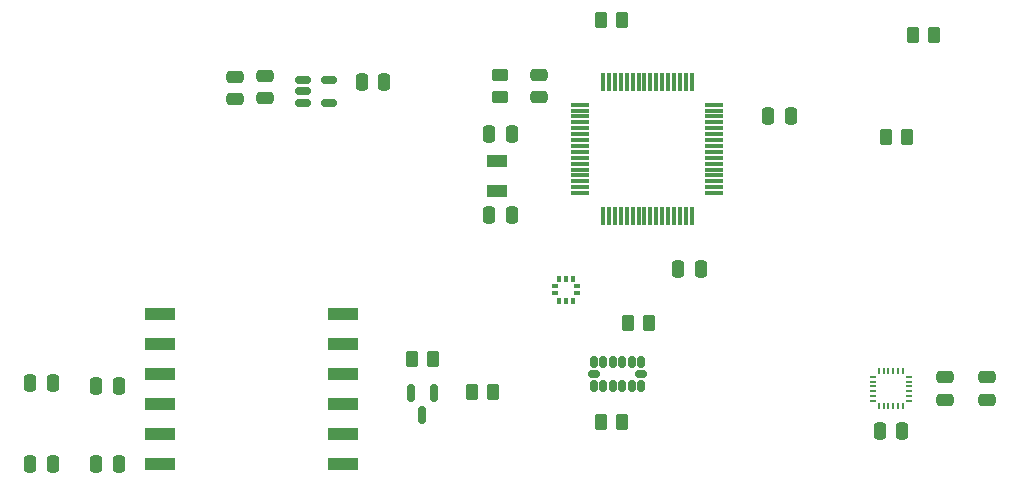
<source format=gbr>
%TF.GenerationSoftware,KiCad,Pcbnew,(6.0.9)*%
%TF.CreationDate,2023-10-13T22:04:35+03:00*%
%TF.ProjectId,ULV,554c562e-6b69-4636-9164-5f7063625858,rev?*%
%TF.SameCoordinates,Original*%
%TF.FileFunction,Paste,Top*%
%TF.FilePolarity,Positive*%
%FSLAX46Y46*%
G04 Gerber Fmt 4.6, Leading zero omitted, Abs format (unit mm)*
G04 Created by KiCad (PCBNEW (6.0.9)) date 2023-10-13 22:04:35*
%MOMM*%
%LPD*%
G01*
G04 APERTURE LIST*
G04 Aperture macros list*
%AMRoundRect*
0 Rectangle with rounded corners*
0 $1 Rounding radius*
0 $2 $3 $4 $5 $6 $7 $8 $9 X,Y pos of 4 corners*
0 Add a 4 corners polygon primitive as box body*
4,1,4,$2,$3,$4,$5,$6,$7,$8,$9,$2,$3,0*
0 Add four circle primitives for the rounded corners*
1,1,$1+$1,$2,$3*
1,1,$1+$1,$4,$5*
1,1,$1+$1,$6,$7*
1,1,$1+$1,$8,$9*
0 Add four rect primitives between the rounded corners*
20,1,$1+$1,$2,$3,$4,$5,0*
20,1,$1+$1,$4,$5,$6,$7,0*
20,1,$1+$1,$6,$7,$8,$9,0*
20,1,$1+$1,$8,$9,$2,$3,0*%
G04 Aperture macros list end*
%ADD10RoundRect,0.250000X-0.250000X-0.475000X0.250000X-0.475000X0.250000X0.475000X-0.250000X0.475000X0*%
%ADD11RoundRect,0.250000X-0.475000X0.250000X-0.475000X-0.250000X0.475000X-0.250000X0.475000X0.250000X0*%
%ADD12RoundRect,0.250000X0.475000X-0.250000X0.475000X0.250000X-0.475000X0.250000X-0.475000X-0.250000X0*%
%ADD13RoundRect,0.100000X0.175000X0.100000X-0.175000X0.100000X-0.175000X-0.100000X0.175000X-0.100000X0*%
%ADD14RoundRect,0.100000X0.100000X0.175000X-0.100000X0.175000X-0.100000X-0.175000X0.100000X-0.175000X0*%
%ADD15RoundRect,0.250000X0.250000X0.475000X-0.250000X0.475000X-0.250000X-0.475000X0.250000X-0.475000X0*%
%ADD16RoundRect,0.150000X0.150000X-0.325000X0.150000X0.325000X-0.150000X0.325000X-0.150000X-0.325000X0*%
%ADD17RoundRect,0.150000X0.325000X-0.150000X0.325000X0.150000X-0.325000X0.150000X-0.325000X-0.150000X0*%
%ADD18RoundRect,0.250000X0.262500X0.450000X-0.262500X0.450000X-0.262500X-0.450000X0.262500X-0.450000X0*%
%ADD19RoundRect,0.250000X-0.262500X-0.450000X0.262500X-0.450000X0.262500X0.450000X-0.262500X0.450000X0*%
%ADD20RoundRect,0.050000X-0.225000X-0.050000X0.225000X-0.050000X0.225000X0.050000X-0.225000X0.050000X0*%
%ADD21RoundRect,0.050000X0.050000X-0.225000X0.050000X0.225000X-0.050000X0.225000X-0.050000X-0.225000X0*%
%ADD22R,1.800000X1.000000*%
%ADD23RoundRect,0.250000X-0.450000X0.262500X-0.450000X-0.262500X0.450000X-0.262500X0.450000X0.262500X0*%
%ADD24RoundRect,0.150000X-0.512500X-0.150000X0.512500X-0.150000X0.512500X0.150000X-0.512500X0.150000X0*%
%ADD25RoundRect,0.075000X-0.700000X-0.075000X0.700000X-0.075000X0.700000X0.075000X-0.700000X0.075000X0*%
%ADD26RoundRect,0.075000X-0.075000X-0.700000X0.075000X-0.700000X0.075000X0.700000X-0.075000X0.700000X0*%
%ADD27R,2.500000X1.000000*%
%ADD28RoundRect,0.150000X-0.150000X0.587500X-0.150000X-0.587500X0.150000X-0.587500X0.150000X0.587500X0*%
G04 APERTURE END LIST*
D10*
%TO.C,C13*%
X108151000Y-87848000D03*
X110051000Y-87848000D03*
%TD*%
D11*
%TO.C,C1*%
X97417000Y-87345000D03*
X97417000Y-89245000D03*
%TD*%
D12*
%TO.C,C10*%
X161073000Y-114726000D03*
X161073000Y-112826000D03*
%TD*%
D10*
%TO.C,C14*%
X118938000Y-99060000D03*
X120838000Y-99060000D03*
%TD*%
D12*
%TO.C,C11*%
X157517000Y-114726000D03*
X157517000Y-112826000D03*
%TD*%
D13*
%TO.C,U6*%
X126401000Y-105710000D03*
X126401000Y-105110000D03*
D14*
X126076000Y-104485000D03*
X125476000Y-104485000D03*
X124876000Y-104485000D03*
D13*
X124551000Y-105110000D03*
X124551000Y-105710000D03*
D14*
X124876000Y-106335000D03*
X125476000Y-106335000D03*
X126076000Y-106335000D03*
%TD*%
D15*
%TO.C,C3*%
X87564000Y-113538000D03*
X85664000Y-113538000D03*
%TD*%
D16*
%TO.C,U7*%
X127794000Y-113522000D03*
X128594000Y-113522000D03*
X129394000Y-113522000D03*
X130194000Y-113522000D03*
X130994000Y-113522000D03*
X131794000Y-113522000D03*
D17*
X131794000Y-112522000D03*
D16*
X131794000Y-111522000D03*
X130994000Y-111522000D03*
X130194000Y-111522000D03*
X129394000Y-111522000D03*
X128594000Y-111522000D03*
X127794000Y-111522000D03*
D17*
X127794000Y-112522000D03*
%TD*%
D18*
%TO.C,R1*%
X119276500Y-114046000D03*
X117451500Y-114046000D03*
%TD*%
D10*
%TO.C,C4*%
X80076000Y-113284000D03*
X81976000Y-113284000D03*
%TD*%
D11*
%TO.C,C2*%
X99957000Y-87279000D03*
X99957000Y-89179000D03*
%TD*%
D18*
%TO.C,R2*%
X114196500Y-111252000D03*
X112371500Y-111252000D03*
%TD*%
D10*
%TO.C,C15*%
X118938000Y-92202000D03*
X120838000Y-92202000D03*
%TD*%
%TO.C,C12*%
X151995000Y-117332000D03*
X153895000Y-117332000D03*
%TD*%
D18*
%TO.C,R11*%
X132484500Y-108204000D03*
X130659500Y-108204000D03*
%TD*%
%TO.C,R4*%
X154328500Y-92456000D03*
X152503500Y-92456000D03*
%TD*%
D15*
%TO.C,C6*%
X87564000Y-120142000D03*
X85664000Y-120142000D03*
%TD*%
D19*
%TO.C,R3*%
X154789500Y-83820000D03*
X156614500Y-83820000D03*
%TD*%
D18*
%TO.C,R7*%
X130198500Y-82550000D03*
X128373500Y-82550000D03*
%TD*%
D20*
%TO.C,U4*%
X151445000Y-112776000D03*
X151445000Y-113176000D03*
X151445000Y-113576000D03*
X151445000Y-113976000D03*
X151445000Y-114376000D03*
X151445000Y-114776000D03*
D21*
X151945000Y-115276000D03*
X152345000Y-115276000D03*
X152745000Y-115276000D03*
X153145000Y-115276000D03*
X153545000Y-115276000D03*
X153945000Y-115276000D03*
D20*
X154445000Y-114776000D03*
X154445000Y-114376000D03*
X154445000Y-113976000D03*
X154445000Y-113576000D03*
X154445000Y-113176000D03*
X154445000Y-112776000D03*
D21*
X153945000Y-112276000D03*
X153545000Y-112276000D03*
X153145000Y-112276000D03*
X152745000Y-112276000D03*
X152345000Y-112276000D03*
X151945000Y-112276000D03*
%TD*%
D15*
%TO.C,C8*%
X136840000Y-103632000D03*
X134940000Y-103632000D03*
%TD*%
D22*
%TO.C,Y1*%
X119634000Y-97008000D03*
X119634000Y-94508000D03*
%TD*%
D23*
%TO.C,R5*%
X119888000Y-87225500D03*
X119888000Y-89050500D03*
%TD*%
D24*
%TO.C,U3*%
X103137500Y-87660000D03*
X103137500Y-88610000D03*
X103137500Y-89560000D03*
X105412500Y-89560000D03*
X105412500Y-87660000D03*
%TD*%
D10*
%TO.C,C5*%
X80076000Y-120142000D03*
X81976000Y-120142000D03*
%TD*%
D12*
%TO.C,C7*%
X123190000Y-89088000D03*
X123190000Y-87188000D03*
%TD*%
D18*
%TO.C,R10*%
X130198500Y-116586000D03*
X128373500Y-116586000D03*
%TD*%
D25*
%TO.C,U5*%
X126659000Y-89722000D03*
X126659000Y-90222000D03*
X126659000Y-90722000D03*
X126659000Y-91222000D03*
X126659000Y-91722000D03*
X126659000Y-92222000D03*
X126659000Y-92722000D03*
X126659000Y-93222000D03*
X126659000Y-93722000D03*
X126659000Y-94222000D03*
X126659000Y-94722000D03*
X126659000Y-95222000D03*
X126659000Y-95722000D03*
X126659000Y-96222000D03*
X126659000Y-96722000D03*
X126659000Y-97222000D03*
D26*
X128584000Y-99147000D03*
X129084000Y-99147000D03*
X129584000Y-99147000D03*
X130084000Y-99147000D03*
X130584000Y-99147000D03*
X131084000Y-99147000D03*
X131584000Y-99147000D03*
X132084000Y-99147000D03*
X132584000Y-99147000D03*
X133084000Y-99147000D03*
X133584000Y-99147000D03*
X134084000Y-99147000D03*
X134584000Y-99147000D03*
X135084000Y-99147000D03*
X135584000Y-99147000D03*
X136084000Y-99147000D03*
D25*
X138009000Y-97222000D03*
X138009000Y-96722000D03*
X138009000Y-96222000D03*
X138009000Y-95722000D03*
X138009000Y-95222000D03*
X138009000Y-94722000D03*
X138009000Y-94222000D03*
X138009000Y-93722000D03*
X138009000Y-93222000D03*
X138009000Y-92722000D03*
X138009000Y-92222000D03*
X138009000Y-91722000D03*
X138009000Y-91222000D03*
X138009000Y-90722000D03*
X138009000Y-90222000D03*
X138009000Y-89722000D03*
D26*
X136084000Y-87797000D03*
X135584000Y-87797000D03*
X135084000Y-87797000D03*
X134584000Y-87797000D03*
X134084000Y-87797000D03*
X133584000Y-87797000D03*
X133084000Y-87797000D03*
X132584000Y-87797000D03*
X132084000Y-87797000D03*
X131584000Y-87797000D03*
X131084000Y-87797000D03*
X130584000Y-87797000D03*
X130084000Y-87797000D03*
X129584000Y-87797000D03*
X129084000Y-87797000D03*
X128584000Y-87797000D03*
%TD*%
D10*
%TO.C,C9*%
X142560000Y-90678000D03*
X144460000Y-90678000D03*
%TD*%
D27*
%TO.C,U2*%
X91056000Y-107434000D03*
X91056000Y-109974000D03*
X91056000Y-112514000D03*
X91056000Y-115054000D03*
X91056000Y-117594000D03*
X91056000Y-120134000D03*
X106556000Y-120134000D03*
X106556000Y-117594000D03*
X106556000Y-115054000D03*
X106556000Y-112514000D03*
X106556000Y-109974000D03*
X106556000Y-107434000D03*
%TD*%
D28*
%TO.C,Q1*%
X114234000Y-114124500D03*
X112334000Y-114124500D03*
X113284000Y-115999500D03*
%TD*%
M02*

</source>
